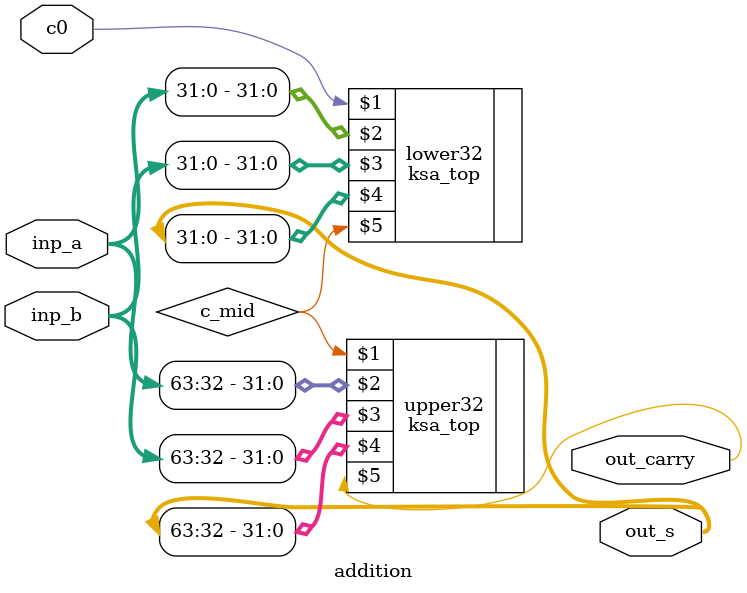
<source format=v>
`timescale 1ns/1ps



module addition(
  input  wire        c0,
  input  wire [63:0] inp_a,
  input  wire [63:0] inp_b,
  output wire [63:0] out_s,
  output wire        out_carry
);

/*

wire c_mid;
ksa_32 lower32(c0, inp_a[31:0], inp_b[31:0], out_s[31:0], c_mid);
ksa_32 upper32(c_mid, inp_a[63:32], inp_b[63:32], out_s[63:32], out_carry);


*/

wire c_mid;
ksa_top lower32(c0,    inp_a[31:0],  inp_b[31:0],  out_s[31:0], c_mid);
ksa_top upper32(c_mid, inp_a[63:32], inp_b[63:32], out_s[63:32], out_carry);

endmodule
</source>
